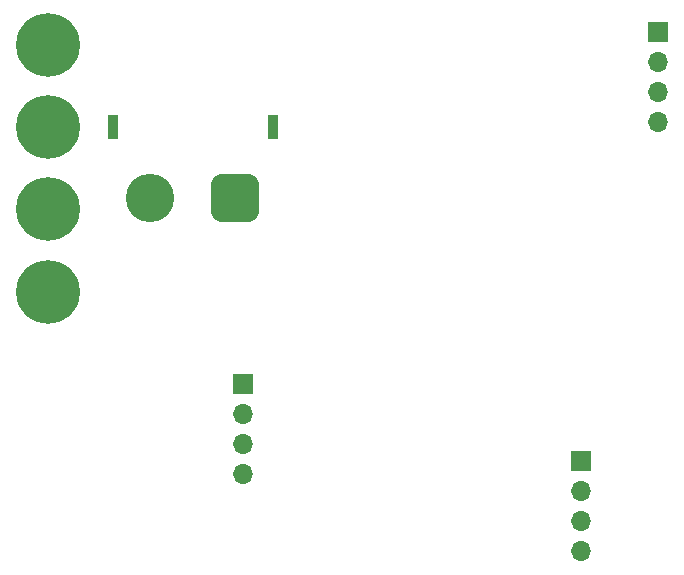
<source format=gbr>
%TF.GenerationSoftware,KiCad,Pcbnew,9.0.0*%
%TF.CreationDate,2025-04-17T09:53:27-07:00*%
%TF.ProjectId,EPS_Scales_RevC,4550535f-5363-4616-9c65-735f52657643,rev?*%
%TF.SameCoordinates,Original*%
%TF.FileFunction,Copper,L2,Inr*%
%TF.FilePolarity,Positive*%
%FSLAX46Y46*%
G04 Gerber Fmt 4.6, Leading zero omitted, Abs format (unit mm)*
G04 Created by KiCad (PCBNEW 9.0.0) date 2025-04-17 09:53:27*
%MOMM*%
%LPD*%
G01*
G04 APERTURE LIST*
G04 Aperture macros list*
%AMRoundRect*
0 Rectangle with rounded corners*
0 $1 Rounding radius*
0 $2 $3 $4 $5 $6 $7 $8 $9 X,Y pos of 4 corners*
0 Add a 4 corners polygon primitive as box body*
4,1,4,$2,$3,$4,$5,$6,$7,$8,$9,$2,$3,0*
0 Add four circle primitives for the rounded corners*
1,1,$1+$1,$2,$3*
1,1,$1+$1,$4,$5*
1,1,$1+$1,$6,$7*
1,1,$1+$1,$8,$9*
0 Add four rect primitives between the rounded corners*
20,1,$1+$1,$2,$3,$4,$5,0*
20,1,$1+$1,$4,$5,$6,$7,0*
20,1,$1+$1,$6,$7,$8,$9,0*
20,1,$1+$1,$8,$9,$2,$3,0*%
G04 Aperture macros list end*
%TA.AperFunction,ComponentPad*%
%ADD10C,0.800000*%
%TD*%
%TA.AperFunction,ComponentPad*%
%ADD11C,5.400000*%
%TD*%
%TA.AperFunction,ComponentPad*%
%ADD12R,1.700000X1.700000*%
%TD*%
%TA.AperFunction,ComponentPad*%
%ADD13O,1.700000X1.700000*%
%TD*%
%TA.AperFunction,ComponentPad*%
%ADD14R,0.900000X2.000000*%
%TD*%
%TA.AperFunction,ComponentPad*%
%ADD15RoundRect,1.025000X-1.025000X-1.025000X1.025000X-1.025000X1.025000X1.025000X-1.025000X1.025000X0*%
%TD*%
%TA.AperFunction,ComponentPad*%
%ADD16C,4.100000*%
%TD*%
G04 APERTURE END LIST*
D10*
%TO.N,GND*%
%TO.C,J3*%
X129605000Y-74550000D03*
X130198109Y-73118109D03*
X130198109Y-75981891D03*
X131630000Y-72525000D03*
D11*
X131630000Y-74550000D03*
D10*
X131630000Y-76575000D03*
X133061891Y-73118109D03*
X133061891Y-75981891D03*
X133655000Y-74550000D03*
%TD*%
%TO.N,GND*%
%TO.C,J5*%
X129605000Y-88450000D03*
X130198109Y-87018109D03*
X130198109Y-89881891D03*
X131630000Y-86425000D03*
D11*
X131630000Y-88450000D03*
D10*
X131630000Y-90475000D03*
X133061891Y-87018109D03*
X133061891Y-89881891D03*
X133655000Y-88450000D03*
%TD*%
D12*
%TO.N,+5V_Jetson*%
%TO.C,J8*%
X183280000Y-66450000D03*
D13*
X183280000Y-68990000D03*
%TO.N,GND*%
X183280000Y-71530000D03*
X183280000Y-74070000D03*
%TD*%
D12*
%TO.N,+5V_Perif_Out*%
%TO.C,J16*%
X176710000Y-102820000D03*
D13*
X176710000Y-105360000D03*
%TO.N,GND*%
X176710000Y-107900000D03*
X176710000Y-110440000D03*
%TD*%
D14*
%TO.N,*%
%TO.C,J1*%
X137130000Y-74500000D03*
X150630000Y-74500000D03*
D15*
%TO.N,+V_Batt*%
X147480000Y-80500000D03*
D16*
%TO.N,GND*%
X140280000Y-80500000D03*
%TD*%
D12*
%TO.N,+3.3V_OBC_Out*%
%TO.C,J12*%
X148120000Y-96250000D03*
D13*
X148120000Y-98790000D03*
%TO.N,GND*%
X148120000Y-101330000D03*
X148120000Y-103870000D03*
%TD*%
D10*
%TO.N,GND*%
%TO.C,J4*%
X129605000Y-81500000D03*
X130198109Y-80068109D03*
X130198109Y-82931891D03*
X131630000Y-79475000D03*
D11*
X131630000Y-81500000D03*
D10*
X131630000Y-83525000D03*
X133061891Y-80068109D03*
X133061891Y-82931891D03*
X133655000Y-81500000D03*
%TD*%
%TO.N,GND*%
%TO.C,J2*%
X129605000Y-67600000D03*
X130198109Y-66168109D03*
X130198109Y-69031891D03*
X131630000Y-65575000D03*
D11*
X131630000Y-67600000D03*
D10*
X131630000Y-69625000D03*
X133061891Y-66168109D03*
X133061891Y-69031891D03*
X133655000Y-67600000D03*
%TD*%
M02*

</source>
